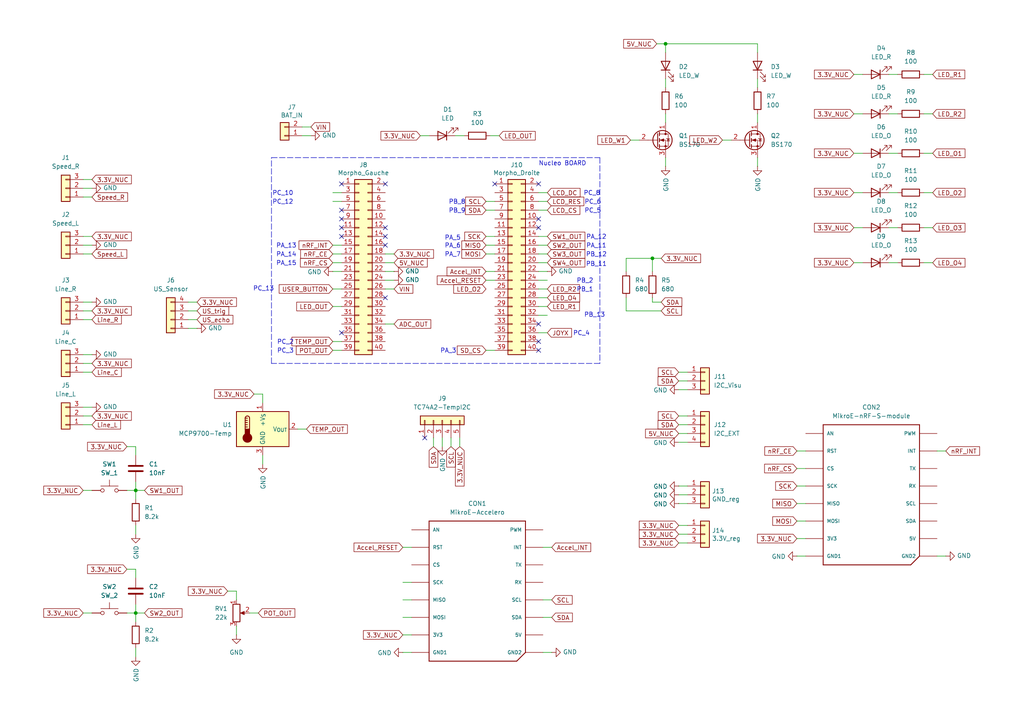
<source format=kicad_sch>
(kicad_sch (version 20231120) (generator "eeschema") (generator_version "8.0")
  (paper "A4")
  (lib_symbols
    (symbol "Connector_Generic:Conn_01x02" (pin_names (offset 1.016) hide)
      (property "Reference" "J" (at 0 2.54 0))
      (property "Value" "Conn_01x02" (at 0 -5.08 0))
      (symbol "Conn_01x02_1_1"
        (pin passive line (at -5.08 0 0) (length 3.81) (name "Pin_1") (number "1"))
        (pin passive line (at -5.08 -2.54 0) (length 3.81) (name "Pin_2") (number "2"))
      )
    )
    (symbol "Connector_Generic:Conn_01x03" (pin_names (offset 1.016) hide)
      (property "Reference" "J" (at 0 5.08 0))
      (property "Value" "Conn_01x03" (at 0 -5.08 0))
      (symbol "Conn_01x03_1_1"
        (pin passive line (at -5.08 2.54 0) (length 3.81) (name "Pin_1") (number "1"))
        (pin passive line (at -5.08 0 0) (length 3.81) (name "Pin_2") (number "2"))
        (pin passive line (at -5.08 -2.54 0) (length 3.81) (name "Pin_3") (number "3"))
      )
    )
    (symbol "Connector_Generic:Conn_01x04" (pin_names (offset 1.016) hide)
      (property "Reference" "J" (at 0 5.08 0))
      (property "Value" "Conn_01x04" (at 0 -7.62 0))
      (symbol "Conn_01x04_1_1"
        (pin passive line (at -5.08 2.54 0) (length 3.81) (name "Pin_1") (number "1"))
        (pin passive line (at -5.08 0 0) (length 3.81) (name "Pin_2") (number "2"))
        (pin passive line (at -5.08 -2.54 0) (length 3.81) (name "Pin_3") (number "3"))
        (pin passive line (at -5.08 -5.08 0) (length 3.81) (name "Pin_4") (number "4"))
      )
    )
    (symbol "Connector_Generic:Conn_01x05" (pin_names (offset 1.016) hide)
      (property "Reference" "J" (at 0 7.62 0))
      (property "Value" "Conn_01x05" (at 0 -7.62 0))
      (symbol "Conn_01x05_1_1"
        (pin passive line (at -5.08 5.08 0) (length 3.81) (name "Pin_1") (number "1"))
        (pin passive line (at -5.08 2.54 0) (length 3.81) (name "Pin_2") (number "2"))
        (pin passive line (at -5.08 0 0) (length 3.81) (name "Pin_3") (number "3"))
        (pin passive line (at -5.08 -2.54 0) (length 3.81) (name "Pin_4") (number "4"))
        (pin passive line (at -5.08 -5.08 0) (length 3.81) (name "Pin_5") (number "5"))
      )
    )
    (symbol "Connector_Generic:Conn_02x20_Odd_Even" (pin_names (offset 1.016) hide)
      (property "Reference" "J" (at 1.27 25.4 0))
      (property "Value" "Conn_02x20_Odd_Even" (at 1.27 -27.94 0))
      (symbol "Conn_02x20_Odd_Even_1_1"
        (pin passive line (at -5.08 22.86 0) (length 3.81) (name "Pin_1") (number "1"))
        (pin passive line (at 7.62 12.7 180) (length 3.81) (name "Pin_10") (number "10"))
        (pin passive line (at -5.08 10.16 0) (length 3.81) (name "Pin_11") (number "11"))
        (pin passive line (at 7.62 10.16 180) (length 3.81) (name "Pin_12") (number "12"))
        (pin passive line (at -5.08 7.62 0) (length 3.81) (name "Pin_13") (number "13"))
        (pin passive line (at 7.62 7.62 180) (length 3.81) (name "Pin_14") (number "14"))
        (pin passive line (at -5.08 5.08 0) (length 3.81) (name "Pin_15") (number "15"))
        (pin passive line (at 7.62 5.08 180) (length 3.81) (name "Pin_16") (number "16"))
        (pin passive line (at -5.08 2.54 0) (length 3.81) (name "Pin_17") (number "17"))
        (pin passive line (at 7.62 2.54 180) (length 3.81) (name "Pin_18") (number "18"))
        (pin passive line (at -5.08 0 0) (length 3.81) (name "Pin_19") (number "19"))
        (pin passive line (at 7.62 22.86 180) (length 3.81) (name "Pin_2") (number "2"))
        (pin passive line (at 7.62 0 180) (length 3.81) (name "Pin_20") (number "20"))
        (pin passive line (at -5.08 -2.54 0) (length 3.81) (name "Pin_21") (number "21"))
        (pin passive line (at 7.62 -2.54 180) (length 3.81) (name "Pin_22") (number "22"))
        (pin passive line (at -5.08 -5.08 0) (length 3.81) (name "Pin_23") (number "23"))
        (pin passive line (at 7.62 -5.08 180) (length 3.81) (name "Pin_24") (number "24"))
        (pin passive line (at -5.08 -7.62 0) (length 3.81) (name "Pin_25") (number "25"))
        (pin passive line (at 7.62 -7.62 180) (length 3.81) (name "Pin_26") (number "26"))
        (pin passive line (at -5.08 -10.16 0) (length 3.81) (name "Pin_27") (number "27"))
        (pin passive line (at 7.62 -10.16 180) (length 3.81) (name "Pin_28") (number "28"))
        (pin passive line (at -5.08 -12.7 0) (length 3.81) (name "Pin_29") (number "29"))
        (pin passive line (at -5.08 20.32 0) (length 3.81) (name "Pin_3") (number "3"))
        (pin passive line (at 7.62 -12.7 180) (length 3.81) (name "Pin_30") (number "30"))
        (pin passive line (at -5.08 -15.24 0) (length 3.81) (name "Pin_31") (number "31"))
        (pin passive line (at 7.62 -15.24 180) (length 3.81) (name "Pin_32") (number "32"))
        (pin passive line (at -5.08 -17.78 0) (length 3.81) (name "Pin_33") (number "33"))
        (pin passive line (at 7.62 -17.78 180) (length 3.81) (name "Pin_34") (number "34"))
        (pin passive line (at -5.08 -20.32 0) (length 3.81) (name "Pin_35") (number "35"))
        (pin passive line (at 7.62 -20.32 180) (length 3.81) (name "Pin_36") (number "36"))
        (pin passive line (at -5.08 -22.86 0) (length 3.81) (name "Pin_37") (number "37"))
        (pin passive line (at 7.62 -22.86 180) (length 3.81) (name "Pin_38") (number "38"))
        (pin passive line (at -5.08 -25.4 0) (length 3.81) (name "Pin_39") (number "39"))
        (pin passive line (at 7.62 20.32 180) (length 3.81) (name "Pin_4") (number "4"))
        (pin passive line (at 7.62 -25.4 180) (length 3.81) (name "Pin_40") (number "40"))
        (pin passive line (at -5.08 17.78 0) (length 3.81) (name "Pin_5") (number "5"))
        (pin passive line (at 7.62 17.78 180) (length 3.81) (name "Pin_6") (number "6"))
        (pin passive line (at -5.08 15.24 0) (length 3.81) (name "Pin_7") (number "7"))
        (pin passive line (at 7.62 15.24 180) (length 3.81) (name "Pin_8") (number "8"))
        (pin passive line (at -5.08 12.7 0) (length 3.81) (name "Pin_9") (number "9"))
      )
    )
    (symbol "Device:C" (pin_numbers hide) (pin_names (offset 0.254))
      (property "Reference" "C" (at 0.635 2.54 0))
      (property "Value" "C" (at 0.635 -2.54 0))
      (symbol "C_1_1"
        (pin passive line (at 0 3.81 270) (length 2.794) (name "~") (number "1"))
        (pin passive line (at 0 -3.81 90) (length 2.794) (name "~") (number "2"))
      )
    )
    (symbol "Device:LED" (pin_numbers hide) (pin_names (offset 1.016) hide)
      (property "Reference" "D" (at 0 2.54 0))
      (property "Value" "LED" (at 0 -2.54 0))
      (symbol "LED_1_1"
        (pin passive line (at -3.81 0 0) (length 2.54) (name "K") (number "1"))
        (pin passive line (at 3.81 0 180) (length 2.54) (name "A") (number "2"))
      )
    )
    (symbol "Device:R" (pin_numbers hide) (pin_names (offset 0))
      (property "Reference" "R" (at 2.032 0 90))
      (property "Value" "R" (at 0 0 90))
      (symbol "R_1_1"
        (pin passive line (at 0 3.81 270) (length 1.27) (name "~") (number "1"))
        (pin passive line (at 0 -3.81 90) (length 1.27) (name "~") (number "2"))
      )
    )
    (symbol "Device:R_Potentiometer" (pin_names (offset 1.016) hide)
      (property "Reference" "RV" (at -4.445 0 90))
      (property "Value" "R_Potentiometer" (at -2.54 0 90))
      (symbol "R_Potentiometer_1_1"
        (pin passive line (at 0 3.81 270) (length 1.27) (name "1") (number "1"))
        (pin passive line (at 3.81 0 180) (length 1.27) (name "2") (number "2"))
        (pin passive line (at 0 -3.81 90) (length 1.27) (name "3") (number "3"))
      )
    )
    (symbol "Sensor_Temperature:LM35-LP"
      (property "Reference" "U" (at -6.35 6.35 0))
      (property "Value" "LM35-LP" (at 1.27 6.35 0))
      (symbol "LM35-LP_1_1"
        (pin power_in line (at 0 7.62 270) (length 2.54) (name "+V_{S}") (number "1"))
        (pin output line (at 10.16 0 180) (length 2.54) (name "V_{OUT}") (number "2"))
        (pin power_in line (at 0 -7.62 90) (length 2.54) (name "GND") (number "3"))
      )
    )
    (symbol "Switch:SW_Push" (pin_numbers hide) (pin_names (offset 1.016) hide)
      (property "Reference" "SW" (at 1.27 2.54 0))
      (property "Value" "SW_Push" (at 0 -1.524 0))
      (symbol "SW_Push_0_1"
        (pin passive line (at -5.08 0 0) (length 2.54) (name "1") (number "1"))
        (pin passive line (at 5.08 0 180) (length 2.54) (name "2") (number "2"))
      )
    )
    (symbol "Transistor_FET:BS170" (pin_names hide)
      (property "Reference" "Q" (at 5.08 1.905 0))
      (property "Value" "BS170" (at 5.08 0 0))
      (symbol "BS170_1_1"
        (pin passive line (at 2.54 5.08 270) (length 2.54) (name "D") (number "1"))
        (pin input line (at -5.08 0 0) (length 2.54) (name "G") (number "2"))
        (pin passive line (at 2.54 -5.08 90) (length 2.54) (name "S") (number "3"))
      )
    )
    (symbol "mikroBUS:MIKROBUS_MODULE_CONN" (pin_numbers hide) (pin_names (offset 1.016))
      (property "Reference" "CON" (at 10.16 38.1 0))
      (property "Value" "MIKROBUS_MODULE_CONN" (at 2.54 3.81 0))
      (symbol "MIKROBUS_MODULE_CONN_0_0"
        (pin bidirectional line (at -5.08 38.1 0) (length 5.08) (name "AN") (number "P1"))
        (pin power_in line (at 33.02 7.62 180) (length 5.08) (name "5V") (number "P10"))
        (pin bidirectional line (at 33.02 12.7 180) (length 5.08) (name "SDA") (number "P11"))
        (pin bidirectional line (at 33.02 17.78 180) (length 5.08) (name "SCL") (number "P12"))
        (pin bidirectional line (at 33.02 22.86 180) (length 5.08) (name "RX") (number "P13"))
        (pin bidirectional line (at 33.02 27.94 180) (length 5.08) (name "TX") (number "P14"))
        (pin bidirectional line (at 33.02 33.02 180) (length 5.08) (name "INT") (number "P15"))
        (pin bidirectional line (at 33.02 38.1 180) (length 5.08) (name "PWM") (number "P16"))
        (pin bidirectional line (at -5.08 33.02 0) (length 5.08) (name "RST") (number "P2"))
        (pin bidirectional line (at -5.08 27.94 0) (length 5.08) (name "CS") (number "P3"))
        (pin bidirectional line (at -5.08 22.86 0) (length 5.08) (name "SCK") (number "P4"))
        (pin bidirectional line (at -5.08 17.78 0) (length 5.08) (name "MISO") (number "P5"))
        (pin bidirectional line (at -5.08 12.7 0) (length 5.08) (name "MOSI") (number "P6"))
        (pin power_in line (at -5.08 7.62 0) (length 5.08) (name "3V3") (number "P7"))
        (pin bidirectional line (at -5.08 2.54 0) (length 5.08) (name "GND1") (number "P8"))
        (pin bidirectional line (at 33.02 2.54 180) (length 5.08) (name "GND2") (number "P9"))
      )
    )
    (symbol "power:GND" (power) (pin_numbers hide) (pin_names (offset 0) hide)
      (property "Value" "GND" (at 0 -3.81 0))
      (symbol "GND_1_1"
        (pin power_in line (at 0 0 270) (length 0) (name "~") (number "1"))
      )
    )
  )
  (junction (at 189.23 74.93))
  (junction (at 193.04 12.7))
  (junction (at 39.37 142.24))
  (junction (at 39.37 177.8))
  (no_connect (at 123.19 127))
  (no_connect (at 156.21 93.98))
  (no_connect (at 99.06 68.58))
  (no_connect (at 99.06 60.96))
  (no_connect (at 156.21 101.6))
  (no_connect (at 111.76 66.04))
  (no_connect (at 111.76 68.58))
  (no_connect (at 111.76 86.36))
  (no_connect (at 111.76 71.12))
  (no_connect (at 156.21 99.06))
  (no_connect (at 156.21 63.5))
  (no_connect (at 111.76 53.34))
  (no_connect (at 99.06 53.34))
  (no_connect (at 156.21 66.04))
  (no_connect (at 99.06 66.04))
  (no_connect (at 99.06 63.5))
  (no_connect (at 143.51 53.34))
  (no_connect (at 156.21 53.34))
  (no_connect (at 99.06 96.52))
  (wire (pts (xy 219.71 22.86) (xy 219.71 25.4)))
  (wire (pts (xy 257.81 66.04) (xy 260.35 66.04)))
  (wire (pts (xy 191.77 74.93) (xy 189.23 74.93)))
  (wire (pts (xy 231.14 140.97) (xy 233.68 140.97)))
  (wire (pts (xy 231.14 146.05) (xy 233.68 146.05)))
  (wire (pts (xy 96.52 99.06) (xy 99.06 99.06)))
  (wire (pts (xy 182.88 40.64) (xy 185.42 40.64)))
  (wire (pts (xy 24.13 73.66) (xy 26.67 73.66)))
  (wire (pts (xy 24.13 105.41) (xy 26.67 105.41)))
  (wire (pts (xy 130.81 127) (xy 130.81 129.54)))
  (wire (pts (xy 231.14 130.81) (xy 233.68 130.81)))
  (wire (pts (xy 114.3 76.2) (xy 111.76 76.2)))
  (wire (pts (xy 196.85 140.97) (xy 199.39 140.97)))
  (wire (pts (xy 196.85 113.03) (xy 199.39 113.03)))
  (wire (pts (xy 116.84 168.91) (xy 119.38 168.91)))
  (wire (pts (xy 267.97 44.45) (xy 270.51 44.45)))
  (wire (pts (xy 142.24 39.37) (xy 144.78 39.37)))
  (wire (pts (xy 156.21 86.36) (xy 158.75 86.36)))
  (wire (pts (xy 76.2 114.3) (xy 76.2 116.84)))
  (wire (pts (xy 116.84 158.75) (xy 119.38 158.75)))
  (wire (pts (xy 156.21 91.44) (xy 158.75 91.44)))
  (wire (pts (xy 24.13 57.15) (xy 26.67 57.15)))
  (wire (pts (xy 196.85 123.19) (xy 199.39 123.19)))
  (wire (pts (xy 36.83 142.24) (xy 39.37 142.24)))
  (wire (pts (xy 140.97 58.42) (xy 143.51 58.42)))
  (wire (pts (xy 156.21 60.96) (xy 158.75 60.96)))
  (wire (pts (xy 111.76 83.82) (xy 114.3 83.82)))
  (wire (pts (xy 24.13 52.07) (xy 26.67 52.07)))
  (wire (pts (xy 24.13 177.8) (xy 26.67 177.8)))
  (wire (pts (xy 140.97 71.12) (xy 143.51 71.12)))
  (wire (pts (xy 193.04 33.02) (xy 193.04 35.56)))
  (wire (pts (xy 66.04 171.45) (xy 68.58 171.45)))
  (wire (pts (xy 24.13 142.24) (xy 26.67 142.24)))
  (wire (pts (xy 196.85 125.73) (xy 199.39 125.73)))
  (wire (pts (xy 157.48 179.07) (xy 160.02 179.07)))
  (wire (pts (xy 247.65 44.45) (xy 250.19 44.45)))
  (wire (pts (xy 96.52 101.6) (xy 99.06 101.6)))
  (wire (pts (xy 125.73 127) (xy 125.73 129.54)))
  (wire (pts (xy 133.35 127) (xy 133.35 129.54)))
  (wire (pts (xy 111.76 81.28) (xy 114.3 81.28)))
  (wire (pts (xy 189.23 74.93) (xy 189.23 78.74)))
  (wire (pts (xy 111.76 73.66) (xy 114.3 73.66)))
  (wire (pts (xy 219.71 12.7) (xy 219.71 15.24)))
  (wire (pts (xy 96.52 78.74) (xy 99.06 78.74)))
  (wire (pts (xy 116.84 184.15) (xy 119.38 184.15)))
  (wire (pts (xy 156.21 78.74) (xy 158.75 78.74)))
  (wire (pts (xy 96.52 73.66) (xy 99.06 73.66)))
  (wire (pts (xy 54.61 95.25) (xy 57.15 95.25)))
  (wire (pts (xy 24.13 107.95) (xy 26.67 107.95)))
  (wire (pts (xy 36.83 177.8) (xy 39.37 177.8)))
  (wire (pts (xy 219.71 33.02) (xy 219.71 35.56)))
  (wire (pts (xy 54.61 90.17) (xy 57.15 90.17)))
  (wire (pts (xy 24.13 71.12) (xy 26.67 71.12)))
  (wire (pts (xy 111.76 93.98) (xy 114.3 93.98)))
  (wire (pts (xy 96.52 83.82) (xy 99.06 83.82)))
  (wire (pts (xy 36.83 129.54) (xy 39.37 129.54)))
  (wire (pts (xy 219.71 45.72) (xy 219.71 48.26)))
  (wire (pts (xy 199.39 157.48) (xy 196.85 157.48)))
  (wire (pts (xy 140.97 101.6) (xy 143.51 101.6)))
  (wire (pts (xy 181.61 90.17) (xy 181.61 86.36)))
  (wire (pts (xy 193.04 12.7) (xy 193.04 15.24)))
  (wire (pts (xy 39.37 177.8) (xy 39.37 180.34)))
  (wire (pts (xy 24.13 68.58) (xy 26.67 68.58)))
  (wire (pts (xy 111.76 78.74) (xy 114.3 78.74)))
  (wire (pts (xy 199.39 143.51) (xy 196.85 143.51)))
  (wire (pts (xy 121.92 39.37) (xy 124.46 39.37)))
  (wire (pts (xy 157.48 158.75) (xy 160.02 158.75)))
  (wire (pts (xy 193.04 45.72) (xy 193.04 48.26)))
  (wire (pts (xy 24.13 87.63) (xy 26.67 87.63)))
  (wire (pts (xy 267.97 21.59) (xy 270.51 21.59)))
  (wire (pts (xy 247.65 33.02) (xy 250.19 33.02)))
  (wire (pts (xy 190.5 12.7) (xy 193.04 12.7)))
  (wire (pts (xy 156.21 71.12) (xy 158.75 71.12)))
  (wire (pts (xy 140.97 81.28) (xy 143.51 81.28)))
  (wire (pts (xy 247.65 21.59) (xy 250.19 21.59)))
  (wire (pts (xy 247.65 55.88) (xy 250.19 55.88)))
  (wire (pts (xy 191.77 90.17) (xy 181.61 90.17)))
  (wire (pts (xy 24.13 102.87) (xy 26.67 102.87)))
  (wire (pts (xy 86.36 124.46) (xy 88.9 124.46)))
  (wire (pts (xy 76.2 132.08) (xy 76.2 134.62)))
  (wire (pts (xy 247.65 76.2) (xy 250.19 76.2)))
  (wire (pts (xy 96.52 76.2) (xy 99.06 76.2)))
  (wire (pts (xy 247.65 66.04) (xy 250.19 66.04)))
  (wire (pts (xy 72.39 177.8) (xy 74.93 177.8)))
  (wire (pts (xy 39.37 129.54) (xy 39.37 132.08)))
  (wire (pts (xy 156.21 55.88) (xy 158.75 55.88)))
  (wire (pts (xy 231.14 135.89) (xy 233.68 135.89)))
  (wire (pts (xy 68.58 181.61) (xy 68.58 184.15)))
  (wire (pts (xy 257.81 55.88) (xy 260.35 55.88)))
  (wire (pts (xy 39.37 152.4) (xy 39.37 154.94)))
  (wire (pts (xy 39.37 187.96) (xy 39.37 190.5)))
  (wire (pts (xy 116.84 189.23) (xy 119.38 189.23)))
  (wire (pts (xy 24.13 54.61) (xy 26.67 54.61)))
  (wire (pts (xy 156.21 58.42) (xy 158.75 58.42)))
  (wire (pts (xy 96.52 58.42) (xy 99.06 58.42)))
  (wire (pts (xy 257.81 33.02) (xy 260.35 33.02)))
  (polyline (pts (xy 78.74 45.72) (xy 173.99 45.72)) (stroke (width 0) (type dash)))
  (wire (pts (xy 209.55 40.64) (xy 212.09 40.64)))
  (wire (pts (xy 257.81 44.45) (xy 260.35 44.45)))
  (wire (pts (xy 24.13 90.17) (xy 26.67 90.17)))
  (wire (pts (xy 54.61 87.63) (xy 57.15 87.63)))
  (wire (pts (xy 267.97 76.2) (xy 270.51 76.2)))
  (wire (pts (xy 140.97 60.96) (xy 143.51 60.96)))
  (wire (pts (xy 196.85 128.27) (xy 199.39 128.27)))
  (wire (pts (xy 156.21 73.66) (xy 158.75 73.66)))
  (wire (pts (xy 39.37 142.24) (xy 39.37 139.7)))
  (wire (pts (xy 156.21 83.82) (xy 158.75 83.82)))
  (wire (pts (xy 181.61 74.93) (xy 181.61 78.74)))
  (wire (pts (xy 231.14 151.13) (xy 233.68 151.13)))
  (wire (pts (xy 39.37 177.8) (xy 41.91 177.8)))
  (wire (pts (xy 271.78 161.29) (xy 274.32 161.29)))
  (wire (pts (xy 199.39 152.4) (xy 196.85 152.4)))
  (wire (pts (xy 156.21 76.2) (xy 158.75 76.2)))
  (wire (pts (xy 96.52 55.88) (xy 99.06 55.88)))
  (wire (pts (xy 193.04 12.7) (xy 219.71 12.7)))
  (wire (pts (xy 116.84 173.99) (xy 119.38 173.99)))
  (wire (pts (xy 36.83 165.1) (xy 39.37 165.1)))
  (wire (pts (xy 267.97 55.88) (xy 270.51 55.88)))
  (wire (pts (xy 24.13 92.71) (xy 26.67 92.71)))
  (wire (pts (xy 132.08 39.37) (xy 134.62 39.37)))
  (wire (pts (xy 189.23 87.63) (xy 189.23 86.36)))
  (wire (pts (xy 24.13 120.65) (xy 26.67 120.65)))
  (wire (pts (xy 196.85 107.95) (xy 199.39 107.95)))
  (wire (pts (xy 191.77 87.63) (xy 189.23 87.63)))
  (wire (pts (xy 267.97 66.04) (xy 270.51 66.04)))
  (wire (pts (xy 231.14 161.29) (xy 233.68 161.29)))
  (wire (pts (xy 24.13 123.19) (xy 26.67 123.19)))
  (wire (pts (xy 257.81 76.2) (xy 260.35 76.2)))
  (wire (pts (xy 68.58 171.45) (xy 68.58 173.99)))
  (wire (pts (xy 96.52 71.12) (xy 99.06 71.12)))
  (wire (pts (xy 140.97 78.74) (xy 143.51 78.74)))
  (wire (pts (xy 96.52 88.9) (xy 99.06 88.9)))
  (wire (pts (xy 73.66 114.3) (xy 76.2 114.3)))
  (wire (pts (xy 157.48 189.23) (xy 160.02 189.23)))
  (wire (pts (xy 24.13 118.11) (xy 26.67 118.11)))
  (wire (pts (xy 257.81 21.59) (xy 260.35 21.59)))
  (wire (pts (xy 140.97 68.58) (xy 143.51 68.58)))
  (wire (pts (xy 140.97 73.66) (xy 143.51 73.66)))
  (wire (pts (xy 54.61 92.71) (xy 57.15 92.71)))
  (wire (pts (xy 87.63 39.37) (xy 90.17 39.37)))
  (wire (pts (xy 156.21 81.28) (xy 158.75 81.28)))
  (wire (pts (xy 271.78 130.81) (xy 274.32 130.81)))
  (polyline (pts (xy 78.74 105.41) (xy 78.74 45.72)) (stroke (width 0) (type dash)))
  (wire (pts (xy 39.37 142.24) (xy 41.91 142.24)))
  (wire (pts (xy 156.21 96.52) (xy 158.75 96.52)))
  (polyline (pts (xy 173.99 45.72) (xy 173.99 105.41)) (stroke (width 0) (type dash)))
  (wire (pts (xy 128.27 127) (xy 128.27 129.54)))
  (wire (pts (xy 193.04 22.86) (xy 193.04 25.4)))
  (wire (pts (xy 199.39 146.05) (xy 196.85 146.05)))
  (wire (pts (xy 199.39 154.94) (xy 196.85 154.94)))
  (wire (pts (xy 196.85 110.49) (xy 199.39 110.49)))
  (polyline (pts (xy 173.99 105.41) (xy 78.74 105.41)) (stroke (width 0) (type dash)))
  (wire (pts (xy 156.21 88.9) (xy 158.75 88.9)))
  (wire (pts (xy 87.63 36.83) (xy 90.17 36.83)))
  (wire (pts (xy 157.48 173.99) (xy 160.02 173.99)))
  (wire (pts (xy 189.23 74.93) (xy 181.61 74.93)))
  (wire (pts (xy 267.97 33.02) (xy 270.51 33.02)))
  (wire (pts (xy 39.37 142.24) (xy 39.37 144.78)))
  (wire (pts (xy 39.37 165.1) (xy 39.37 167.64)))
  (wire (pts (xy 39.37 177.8) (xy 39.37 175.26)))
  (wire (pts (xy 196.85 120.65) (xy 199.39 120.65)))
  (wire (pts (xy 116.84 179.07) (xy 119.38 179.07)))
  (wire (pts (xy 231.14 156.21) (xy 233.68 156.21)))
  (wire (pts (xy 156.21 68.58) (xy 158.75 68.58)))
  (text "PA_12" (at 172.974 68.834 0) (effects (font (size 1.27 1.27))))
  (text "PC_2" (at 82.804 99.314 0) (effects (font (size 1.27 1.27))))
  (text "PB_8" (at 132.588 58.674 0) (effects (font (size 1.27 1.27))))
  (text "PA_7" (at 131.318 73.914 0) (effects (font (size 1.27 1.27))))
  (text "PC_8" (at 171.704 56.134 0) (effects (font (size 1.27 1.27))))
  (text "PA_5" (at 131.318 69.088 0) (effects (font (size 1.27 1.27))))
  (text "PB_13" (at 172.466 91.44 0) (effects (font (size 1.27 1.27))))
  (text "PA_14" (at 83.058 73.914 0) (effects (font (size 1.27 1.27))))
  (text "PB_11" (at 172.974 76.708 0) (effects (font (size 1.27 1.27))))
  (text "PB_9" (at 132.588 61.214 0) (effects (font (size 1.27 1.27))))
  (text "PC_5" (at 171.958 61.214 0) (effects (font (size 1.27 1.27))))
  (text "PB_2" (at 169.672 81.534 0) (effects (font (size 1.27 1.27))))
  (text "PC_12" (at 82.042 58.674 0) (effects (font (size 1.27 1.27))))
  (text "PC_13" (at 76.454 83.82 0) (effects (font (size 1.27 1.27))))
  (text "PA_3" (at 130.048 101.854 0) (effects (font (size 1.27 1.27))))
  (text "PA_15" (at 83.058 76.454 0) (effects (font (size 1.27 1.27))))
  (text "PC_10" (at 82.042 56.134 0) (effects (font (size 1.27 1.27))))
  (text "PA_11" (at 172.974 71.374 0) (effects (font (size 1.27 1.27))))
  (text "PC_4" (at 168.656 96.774 0) (effects (font (size 1.27 1.27))))
  (text "PA_6" (at 131.318 71.374 0) (effects (font (size 1.27 1.27))))
  (text "PA_13" (at 83.058 71.374 0) (effects (font (size 1.27 1.27))))
  (text "Nucleo BOARD" (at 156.21 48.26 0) (effects (font (size 1.27 1.27)) (justify left bottom)))
  (text "PB_12" (at 172.974 73.914 0) (effects (font (size 1.27 1.27))))
  (text "PC_3" (at 82.804 101.854 0) (effects (font (size 1.27 1.27))))
  (text "PB_1\n" (at 169.672 84.074 0) (effects (font (size 1.27 1.27))))
  (text "PC_6" (at 171.958 58.674 0) (effects (font (size 1.27 1.27))))
  (global_label "US_echo" (shape input) (at 57.15 92.71 0) (property "Intersheetrefs" "${INTERSHEET_REFS}" (effects (hide yes))))
  (global_label "Speed_R" (shape input) (at 26.67 57.15 0) (property "Intersheetrefs" "${INTERSHEET_REFS}" (effects (hide yes))))
  (global_label "SCK" (shape input) (at 140.97 68.58 180) (property "Intersheetrefs" "${INTERSHEET_REFS}" (effects (hide yes))))
  (global_label "USER_BUTTON" (shape input) (at 96.52 83.82 180) (property "Intersheetrefs" "${INTERSHEET_REFS}" (effects (hide yes))))
  (global_label "SCL" (shape input) (at 191.77 90.17 0) (property "Intersheetrefs" "${INTERSHEET_REFS}" (effects (hide yes))))
  (global_label "Accel_RESET" (shape input) (at 140.97 81.28 180) (property "Intersheetrefs" "${INTERSHEET_REFS}" (effects (hide yes))))
  (global_label "LCD_CS" (shape input) (at 158.75 60.96 0) (property "Intersheetrefs" "${INTERSHEET_REFS}" (effects (hide yes))))
  (global_label "3.3V_NUC" (shape input) (at 36.83 165.1 180) (property "Intersheetrefs" "${INTERSHEET_REFS}" (effects (hide yes))))
  (global_label "VIN" (shape input) (at 90.17 36.83 0) (property "Intersheetrefs" "${INTERSHEET_REFS}" (effects (hide yes))))
  (global_label "SW2_OUT" (shape input) (at 41.91 177.8 0) (property "Intersheetrefs" "${INTERSHEET_REFS}" (effects (hide yes))))
  (global_label "MISO" (shape input) (at 140.97 71.12 180) (property "Intersheetrefs" "${INTERSHEET_REFS}" (effects (hide yes))))
  (global_label "SW1_OUT" (shape input) (at 41.91 142.24 0) (property "Intersheetrefs" "${INTERSHEET_REFS}" (effects (hide yes))))
  (global_label "3.3V_NUC" (shape input) (at 247.65 55.88 180) (property "Intersheetrefs" "${INTERSHEET_REFS}" (effects (hide yes))))
  (global_label "SDA" (shape input) (at 196.85 123.19 180) (property "Intersheetrefs" "${INTERSHEET_REFS}" (effects (hide yes))))
  (global_label "LED_O4" (shape input) (at 158.75 86.36 0) (property "Intersheetrefs" "${INTERSHEET_REFS}" (effects (hide yes))))
  (global_label "LED_O4" (shape input) (at 270.51 76.2 0) (property "Intersheetrefs" "${INTERSHEET_REFS}" (effects (hide yes))))
  (global_label "LED_OUT" (shape input) (at 144.78 39.37 0) (property "Intersheetrefs" "${INTERSHEET_REFS}" (effects (hide yes))))
  (global_label "SCL" (shape input) (at 196.85 107.95 180) (property "Intersheetrefs" "${INTERSHEET_REFS}" (effects (hide yes))))
  (global_label "3.3V_NUC" (shape input) (at 133.35 129.54 270) (property "Intersheetrefs" "${INTERSHEET_REFS}" (effects (hide yes))))
  (global_label "SCL" (shape input) (at 160.02 173.99 0) (property "Intersheetrefs" "${INTERSHEET_REFS}" (effects (hide yes))))
  (global_label "3.3V_NUC" (shape input) (at 247.65 66.04 180) (property "Intersheetrefs" "${INTERSHEET_REFS}" (effects (hide yes))))
  (global_label "ADC_OUT" (shape input) (at 114.3 93.98 0) (property "Intersheetrefs" "${INTERSHEET_REFS}" (effects (hide yes))))
  (global_label "MOSI" (shape input) (at 231.14 151.13 180) (property "Intersheetrefs" "${INTERSHEET_REFS}" (effects (hide yes))))
  (global_label "3.3V_NUC" (shape input) (at 36.83 129.54 180) (property "Intersheetrefs" "${INTERSHEET_REFS}" (effects (hide yes))))
  (global_label "3.3V_NUC" (shape input) (at 26.67 120.65 0) (property "Intersheetrefs" "${INTERSHEET_REFS}" (effects (hide yes))))
  (global_label "LED_W1" (shape input) (at 182.88 40.64 180) (property "Intersheetrefs" "${INTERSHEET_REFS}" (effects (hide yes))))
  (global_label "POT_OUT" (shape input) (at 74.93 177.8 0) (property "Intersheetrefs" "${INTERSHEET_REFS}" (effects (hide yes))))
  (global_label "SCL" (shape input) (at 140.97 58.42 180) (property "Intersheetrefs" "${INTERSHEET_REFS}" (effects (hide yes))))
  (global_label "3.3V_NUC" (shape input) (at 114.3 73.66 0) (property "Intersheetrefs" "${INTERSHEET_REFS}" (effects (hide yes))))
  (global_label "SDA" (shape input) (at 125.73 129.54 270) (property "Intersheetrefs" "${INTERSHEET_REFS}" (effects (hide yes))))
  (global_label "3.3V_NUC" (shape input) (at 247.65 21.59 180) (property "Intersheetrefs" "${INTERSHEET_REFS}" (effects (hide yes))))
  (global_label "nRF_CS" (shape input) (at 96.52 76.2 180) (property "Intersheetrefs" "${INTERSHEET_REFS}" (effects (hide yes))))
  (global_label "LED_O2" (shape input) (at 270.51 55.88 0) (property "Intersheetrefs" "${INTERSHEET_REFS}" (effects (hide yes))))
  (global_label "3.3V_NUC" (shape input) (at 121.92 39.37 180) (property "Intersheetrefs" "${INTERSHEET_REFS}" (effects (hide yes))))
  (global_label "3.3V_NUC" (shape input) (at 116.84 184.15 180) (property "Intersheetrefs" "${INTERSHEET_REFS}" (effects (hide yes))))
  (global_label "Line_C" (shape input) (at 26.67 107.95 0) (property "Intersheetrefs" "${INTERSHEET_REFS}" (effects (hide yes))))
  (global_label "SDA" (shape input) (at 191.77 87.63 0) (property "Intersheetrefs" "${INTERSHEET_REFS}" (effects (hide yes))))
  (global_label "3.3V_NUC" (shape input) (at 191.77 74.93 0) (property "Intersheetrefs" "${INTERSHEET_REFS}" (effects (hide yes))))
  (global_label "3.3V_NUC" (shape input) (at 196.85 152.4 180) (property "Intersheetrefs" "${INTERSHEET_REFS}" (effects (hide yes))))
  (global_label "TEMP_OUT" (shape input) (at 88.9 124.46 0) (property "Intersheetrefs" "${INTERSHEET_REFS}" (effects (hide yes))))
  (global_label "3.3V_NUC" (shape input) (at 26.67 105.41 0) (property "Intersheetrefs" "${INTERSHEET_REFS}" (effects (hide yes))))
  (global_label "LED_O1" (shape input) (at 270.51 44.45 0) (property "Intersheetrefs" "${INTERSHEET_REFS}" (effects (hide yes))))
  (global_label "LED_OUT" (shape input) (at 96.52 88.9 180) (property "Intersheetrefs" "${INTERSHEET_REFS}" (effects (hide yes))))
  (global_label "SW3_OUT" (shape input) (at 158.75 73.66 0) (property "Intersheetrefs" "${INTERSHEET_REFS}" (effects (hide yes))))
  (global_label "Accel_INT" (shape input) (at 160.02 158.75 0) (property "Intersheetrefs" "${INTERSHEET_REFS}" (effects (hide yes))))
  (global_label "SW4_OUT" (shape input) (at 158.75 76.2 0) (property "Intersheetrefs" "${INTERSHEET_REFS}" (effects (hide yes))))
  (global_label "LED_R2" (shape input) (at 158.75 83.82 0) (property "Intersheetrefs" "${INTERSHEET_REFS}" (effects (hide yes))))
  (global_label "Accel_RESET" (shape input) (at 116.84 158.75 180) (property "Intersheetrefs" "${INTERSHEET_REFS}" (effects (hide yes))))
  (global_label "US_trig" (shape input) (at 57.15 90.17 0) (property "Intersheetrefs" "${INTERSHEET_REFS}" (effects (hide yes))))
  (global_label "SDA" (shape input) (at 160.02 179.07 0) (property "Intersheetrefs" "${INTERSHEET_REFS}" (effects (hide yes))))
  (global_label "5V_NUC" (shape input) (at 114.3 76.2 0) (property "Intersheetrefs" "${INTERSHEET_REFS}" (effects (hide yes))))
  (global_label "nRF_INT" (shape input) (at 274.32 130.81 0) (property "Intersheetrefs" "${INTERSHEET_REFS}" (effects (hide yes))))
  (global_label "LED_R1" (shape input) (at 270.51 21.59 0) (property "Intersheetrefs" "${INTERSHEET_REFS}" (effects (hide yes))))
  (global_label "LCD_DC" (shape input) (at 158.75 55.88 0) (property "Intersheetrefs" "${INTERSHEET_REFS}" (effects (hide yes))))
  (global_label "5V_NUC" (shape input) (at 190.5 12.7 180) (property "Intersheetrefs" "${INTERSHEET_REFS}" (effects (hide yes))))
  (global_label "LED_O2" (shape input) (at 140.97 83.82 180) (property "Intersheetrefs" "${INTERSHEET_REFS}" (effects (hide yes))))
  (global_label "SCL" (shape input) (at 130.81 129.54 270) (property "Intersheetrefs" "${INTERSHEET_REFS}" (effects (hide yes))))
  (global_label "Line_L" (shape input) (at 26.67 123.19 0) (property "Intersheetrefs" "${INTERSHEET_REFS}" (effects (hide yes))))
  (global_label "3.3V_NUC" (shape input) (at 247.65 33.02 180) (property "Intersheetrefs" "${INTERSHEET_REFS}" (effects (hide yes))))
  (global_label "3.3V_NUC" (shape input) (at 26.67 68.58 0) (property "Intersheetrefs" "${INTERSHEET_REFS}" (effects (hide yes))))
  (global_label "nRF_CS" (shape input) (at 231.14 135.89 180) (property "Intersheetrefs" "${INTERSHEET_REFS}" (effects (hide yes))))
  (global_label "SCK" (shape input) (at 231.14 140.97 180) (property "Intersheetrefs" "${INTERSHEET_REFS}" (effects (hide yes))))
  (global_label "3.3V_NUC" (shape input) (at 196.85 154.94 180) (property "Intersheetrefs" "${INTERSHEET_REFS}" (effects (hide yes))))
  (global_label "TEMP_OUT" (shape input) (at 96.52 99.06 180) (property "Intersheetrefs" "${INTERSHEET_REFS}" (effects (hide yes))))
  (global_label "3.3V_NUC" (shape input) (at 24.13 142.24 180) (property "Intersheetrefs" "${INTERSHEET_REFS}" (effects (hide yes))))
  (global_label "SDA" (shape input) (at 140.97 60.96 180) (property "Intersheetrefs" "${INTERSHEET_REFS}" (effects (hide yes))))
  (global_label "MISO" (shape input) (at 231.14 146.05 180) (property "Intersheetrefs" "${INTERSHEET_REFS}" (effects (hide yes))))
  (global_label "POT_OUT" (shape input) (at 96.52 101.6 180) (property "Intersheetrefs" "${INTERSHEET_REFS}" (effects (hide yes))))
  (global_label "MOSI" (shape input) (at 140.97 73.66 180) (property "Intersheetrefs" "${INTERSHEET_REFS}" (effects (hide yes))))
  (global_label "SD_CS" (shape input) (at 140.97 101.6 180) (property "Intersheetrefs" "${INTERSHEET_REFS}" (effects (hide yes))))
  (global_label "JOYX" (shape input) (at 158.75 96.52 0) (property "Intersheetrefs" "${INTERSHEET_REFS}" (effects (hide yes))))
  (global_label "SDA" (shape input) (at 196.85 110.49 180) (property "Intersheetrefs" "${INTERSHEET_REFS}" (effects (hide yes))))
  (global_label "LED_O3" (shape input) (at 270.51 66.04 0) (property "Intersheetrefs" "${INTERSHEET_REFS}" (effects (hide yes))))
  (global_label "Line_R" (shape input) (at 26.67 92.71 0) (property "Intersheetrefs" "${INTERSHEET_REFS}" (effects (hide yes))))
  (global_label "nRF_CE" (shape input) (at 231.14 130.81 180) (property "Intersheetrefs" "${INTERSHEET_REFS}" (effects (hide yes))))
  (global_label "3.3V_NUC" (shape input) (at 247.65 44.45 180) (property "Intersheetrefs" "${INTERSHEET_REFS}" (effects (hide yes))))
  (global_label "nRF_CE" (shape input) (at 96.52 73.66 180) (property "Intersheetrefs" "${INTERSHEET_REFS}" (effects (hide yes))))
  (global_label "SW1_OUT" (shape input) (at 158.75 68.58 0) (property "Intersheetrefs" "${INTERSHEET_REFS}" (effects (hide yes))))
  (global_label "Speed_L" (shape input) (at 26.67 73.66 0) (property "Intersheetrefs" "${INTERSHEET_REFS}" (effects (hide yes))))
  (global_label "LED_R1" (shape input) (at 158.75 88.9 0) (property "Intersheetrefs" "${INTERSHEET_REFS}" (effects (hide yes))))
  (global_label "Accel_INT" (shape input) (at 140.97 78.74 180) (property "Intersheetrefs" "${INTERSHEET_REFS}" (effects (hide yes))))
  (global_label "LED_W2" (shape input) (at 209.55 40.64 180) (property "Intersheetrefs" "${INTERSHEET_REFS}" (effects (hide yes))))
  (global_label "3.3V_NUC" (shape input) (at 247.65 76.2 180) (property "Intersheetrefs" "${INTERSHEET_REFS}" (effects (hide yes))))
  (global_label "3.3V_NUC" (shape input) (at 57.15 87.63 0) (property "Intersheetrefs" "${INTERSHEET_REFS}" (effects (hide yes))))
  (global_label "5V_NUC" (shape input) (at 196.85 125.73 180) (property "Intersheetrefs" "${INTERSHEET_REFS}" (effects (hide yes))))
  (global_label "3.3V_NUC" (shape input) (at 66.04 171.45 180) (property "Intersheetrefs" "${INTERSHEET_REFS}" (effects (hide yes))))
  (global_label "nRF_INT" (shape input) (at 96.52 71.12 180) (property "Intersheetrefs" "${INTERSHEET_REFS}" (effects (hide yes))))
  (global_label "SW2_OUT" (shape input) (at 158.75 71.12 0) (property "Intersheetrefs" "${INTERSHEET_REFS}" (effects (hide yes))))
  (global_label "3.3V_NUC" (shape input) (at 26.67 90.17 0) (property "Intersheetrefs" "${INTERSHEET_REFS}" (effects (hide yes))))
  (global_label "3.3V_NUC" (shape input) (at 26.67 52.07 0) (property "Intersheetrefs" "${INTERSHEET_REFS}" (effects (hide yes))))
  (global_label "3.3V_NUC" (shape input) (at 231.14 156.21 180) (property "Intersheetrefs" "${INTERSHEET_REFS}" (effects (hide yes))))
  (global_label "LCD_RES" (shape input) (at 158.75 58.42 0) (property "Intersheetrefs" "${INTERSHEET_REFS}" (effects (hide yes))))
  (global_label "3.3V_NUC" (shape input) (at 24.13 177.8 180) (property "Intersheetrefs" "${INTERSHEET_REFS}" (effects (hide yes))))
  (global_label "LED_R2" (shape input) (at 270.51 33.02 0) (property "Intersheetrefs" "${INTERSHEET_REFS}" (effects (hide yes))))
  (global_label "SCL" (shape input) (at 196.85 120.65 180) (property "Intersheetrefs" "${INTERSHEET_REFS}" (effects (hide yes))))
  (global_label "3.3V_NUC" (shape input) (at 73.66 114.3 180) (property "Intersheetrefs" "${INTERSHEET_REFS}" (effects (hide yes))))
  (global_label "3.3V_NUC" (shape input) (at 196.85 157.48 180) (property "Intersheetrefs" "${INTERSHEET_REFS}" (effects (hide yes))))
  (global_label "VIN" (shape input) (at 114.3 83.82 0) (property "Intersheetrefs" "${INTERSHEET_REFS}" (effects (hide yes))))
  (symbol (lib_id "Connector_Generic:Conn_01x02") (at 82.55 39.37 180) (unit 1)
    (property "Reference" "J7" (at 84.6328 31.115 0))
    (property "Value" "BAT_IN" (at 84.6328 33.4264 0))
    (property "Footprint" "TerminalBlock_Phoenix:TerminalBlock_Phoenix_MKDS-3-2-5.08_1x02_P5.08mm_Horizontal" (effects (hide yes)))
  )
  (symbol (lib_id "power:GND") (at 90.17 39.37 90) (unit 1)
    (property "Reference" "#PWR011" (effects (hide yes)))
    (property "Value" "GND" (at 93.4212 39.243 90) (effects (justify right)))
  )
  (symbol (lib_id "Connector_Generic:Conn_02x20_Odd_Even") (at 104.14 76.2 0) (unit 1)
    (property "Reference" "J8" (at 105.41 47.8282 0))
    (property "Value" "Morpho_Gauche" (at 105.41 50.1396 0))
    (property "Footprint" "Connector_PinHeader_2.54mm:PinHeader_2x20_P2.54mm_Vertical" (effects (hide yes)))
  )
  (symbol (lib_id "Connector_Generic:Conn_02x20_Odd_Even") (at 148.59 76.2 0) (unit 1)
    (property "Reference" "J10" (at 149.86 47.8282 0))
    (property "Value" "Morpho_Droite" (at 149.86 50.1396 0))
    (property "Footprint" "Connector_PinHeader_2.54mm:PinHeader_2x20_P2.54mm_Vertical" (effects (hide yes)))
  )
  (symbol (lib_id "power:GND") (at 96.52 78.74 270) (unit 1)
    (property "Reference" "#PWR012" (effects (hide yes)))
    (property "Value" "GND" (at 93.2688 78.867 90) (effects (justify right)))
  )
  (symbol (lib_id "power:GND") (at 114.3 78.74 90) (unit 1)
    (property "Reference" "#PWR013" (effects (hide yes)))
    (property "Value" "GND" (at 117.5512 78.613 90) (effects (justify right)))
  )
  (symbol (lib_id "power:GND") (at 114.3 81.28 90) (unit 1)
    (property "Reference" "#PWR014" (effects (hide yes)))
    (property "Value" "GND" (at 117.5512 81.153 90) (effects (justify right)))
  )
  (symbol (lib_id "power:GND") (at 158.75 78.74 90) (unit 1)
    (property "Reference" "#PWR017" (effects (hide yes)))
    (property "Value" "GND" (at 162.0012 78.613 90) (effects (justify right)))
  )
  (symbol (lib_id "Connector_Generic:Conn_01x03") (at 204.47 154.94 0) (unit 1)
    (property "Reference" "J14" (at 206.502 153.8732 0) (effects (justify left)))
    (property "Value" "3.3V_reg" (at 206.502 156.1846 0) (effects (justify left)))
    (property "Footprint" "Connector_PinHeader_2.54mm:PinHeader_1x03_P2.54mm_Vertical" (effects (hide yes)))
  )
  (symbol (lib_id "Connector_Generic:Conn_01x03") (at 204.47 143.51 0) (unit 1)
    (property "Reference" "J13" (at 206.502 142.4432 0) (effects (justify left)))
    (property "Value" "GND_reg" (at 206.502 144.7546 0) (effects (justify left)))
    (property "Footprint" "Connector_PinHeader_2.54mm:PinHeader_1x03_P2.54mm_Vertical" (effects (hide yes)))
  )
  (symbol (lib_id "power:GND") (at 196.85 146.05 270) (unit 1)
    (property "Reference" "#PWR024" (effects (hide yes)))
    (property "Value" "GND" (at 193.5988 146.177 90) (effects (justify right)))
  )
  (symbol (lib_id "power:GND") (at 196.85 143.51 270) (unit 1)
    (property "Reference" "#PWR023" (effects (hide yes)))
    (property "Value" "GND" (at 193.5988 143.637 90) (effects (justify right)))
  )
  (symbol (lib_id "power:GND") (at 196.85 140.97 270) (unit 1)
    (property "Reference" "#PWR022" (effects (hide yes)))
    (property "Value" "GND" (at 193.5988 141.097 90) (effects (justify right)))
  )
  (symbol (lib_id "Connector_Generic:Conn_01x03") (at 19.05 120.65 180) (unit 1)
    (property "Reference" "J5" (at 19.05 111.76 0))
    (property "Value" "Line_L" (at 19.05 114.3 0))
    (property "Footprint" "Connector_PinSocket_2.54mm:PinSocket_1x03_P2.54mm_Horizontal" (effects (hide yes)))
    (property "Description" "Generic connector, single row, 01x03, script generated (kicad-library-utils/schlib/autogen/connector/)" (effects (hide yes)))
  )
  (symbol (lib_id "mikroBUS:MIKROBUS_MODULE_CONN") (at 124.46 191.77 0) (unit 1)
    (property "Reference" "CON1" (at 138.43 146.05 0))
    (property "Value" "MikroE-Accelero" (at 138.43 148.59 0))
    (property "Footprint" "mikroE:MIKROBUS_MODULE_CONN" (effects (hide yes)))
    (property "Description" "MikroBUS module connector" (effects (hide yes)))
  )
  (symbol (lib_id "Device:LED") (at 254 44.45 180) (unit 1)
    (property "Reference" "D6" (at 255.5875 36.83 0))
    (property "Value" "LED_O" (at 255.5875 39.37 0))
    (property "Footprint" "LED_THT:LED_D3.0mm_Clear" (effects (hide yes)))
    (property "Description" "Light emitting diode" (effects (hide yes)))
  )
  (symbol (lib_id "Connector_Generic:Conn_01x03") (at 204.47 110.49 0) (unit 1)
    (property "Reference" "J11" (at 207.01 109.2199 0) (effects (justify left)))
    (property "Value" "I2C_Visu" (at 207.01 111.7599 0) (effects (justify left)))
    (property "Footprint" "Connector_PinSocket_2.54mm:PinSocket_1x03_P2.54mm_Vertical" (effects (hide yes)))
    (property "Description" "Generic connector, single row, 01x03, script generated (kicad-library-utils/schlib/autogen/connector/)" (effects (hide yes)))
  )
  (symbol (lib_id "Connector_Generic:Conn_01x04") (at 49.53 92.71 180) (unit 1)
    (property "Reference" "J6" (at 49.53 81.28 0))
    (property "Value" "US_Sensor" (at 49.53 83.82 0))
    (property "Footprint" "Connector_PinSocket_2.54mm:PinSocket_1x04_P2.54mm_Vertical" (effects (hide yes)))
    (property "Description" "Generic connector, single row, 01x04, script generated (kicad-library-utils/schlib/autogen/connector/)" (effects (hide yes)))
  )
  (symbol (lib_id "Transistor_FET:BS170") (at 217.17 40.64 0) (unit 1)
    (property "Reference" "Q2" (at 223.52 39.3699 0) (effects (justify left)))
    (property "Value" "BS170" (at 223.52 41.9099 0) (effects (justify left)))
    (property "Footprint" "Package_TO_SOT_THT:TO-92_Inline" (effects (hide yes)))
    (property "Datasheet" "https://www.onsemi.com/pub/Collateral/BS170-D.PDF" (effects (hide yes)))
    (property "Description" "0.5A Id, 60V Vds, N-Channel MOSFET, TO-92" (effects (hide yes)))
  )
  (symbol (lib_id "Connector_Generic:Conn_01x03") (at 19.05 54.61 180) (unit 1)
    (property "Reference" "J1" (at 19.05 45.72 0))
    (property "Value" "Speed_R" (at 19.05 48.26 0))
    (property "Footprint" "Connector_PinSocket_2.54mm:PinSocket_1x03_P2.54mm_Horizontal" (effects (hide yes)))
    (property "Description" "Generic connector, single row, 01x03, script generated (kicad-library-utils/schlib/autogen/connector/)" (effects (hide yes)))
  )
  (symbol (lib_id "power:GND") (at 128.27 129.54 0) (unit 1)
    (property "Reference" "#PWR016" (effects (hide yes)))
    (property "Value" "GND" (at 128.397 132.7912 90) (effects (justify right)))
  )
  (symbol (lib_id "Device:R") (at 39.37 184.15 0) (unit 1)
    (property "Reference" "R2" (at 41.91 182.8799 0) (effects (justify left)))
    (property "Value" "8.2k" (at 41.91 185.4199 0) (effects (justify left)))
    (property "Footprint" "Resistor_THT:R_Axial_DIN0207_L6.3mm_D2.5mm_P10.16mm_Horizontal" (effects (hide yes)))
    (property "Description" "Resistor" (effects (hide yes)))
  )
  (symbol (lib_id "Device:LED") (at 254 76.2 180) (unit 1)
    (property "Reference" "D9" (at 255.5875 68.58 0))
    (property "Value" "LED_O" (at 255.5875 71.12 0))
    (property "Footprint" "LED_THT:LED_D3.0mm_Clear" (effects (hide yes)))
    (property "Description" "Light emitting diode" (effects (hide yes)))
  )
  (symbol (lib_id "Device:R") (at 219.71 29.21 180) (unit 1)
    (property "Reference" "R7" (at 222.25 27.9399 0) (effects (justify right)))
    (property "Value" "100" (at 222.25 30.4799 0) (effects (justify right)))
    (property "Footprint" "Resistor_THT:R_Axial_DIN0207_L6.3mm_D2.5mm_P10.16mm_Horizontal" (effects (hide yes)))
    (property "Description" "Resistor" (effects (hide yes)))
  )
  (symbol (lib_id "power:GND") (at 196.85 113.03 270) (unit 1)
    (property "Reference" "#PWR020" (effects (hide yes)))
    (property "Value" "GND" (at 193.5988 113.157 90) (effects (justify right)))
  )
  (symbol (lib_id "Transistor_FET:BS170") (at 190.5 40.64 0) (unit 1)
    (property "Reference" "Q1" (at 196.85 39.3699 0) (effects (justify left)))
    (property "Value" "BS170" (at 196.85 41.9099 0) (effects (justify left)))
    (property "Footprint" "Package_TO_SOT_THT:TO-92_Inline" (effects (hide yes)))
    (property "Datasheet" "https://www.onsemi.com/pub/Collateral/BS170-D.PDF" (effects (hide yes)))
    (property "Description" "0.5A Id, 60V Vds, N-Channel MOSFET, TO-92" (effects (hide yes)))
  )
  (symbol (lib_id "power:GND") (at 76.2 134.62 0) (unit 1)
    (property "Reference" "#PWR010" (effects (hide yes)))
    (property "Value" "GND" (at 76.327 137.8712 90) (effects (justify right)))
  )
  (symbol (lib_id "Connector_Generic:Conn_01x03") (at 19.05 71.12 180) (unit 1)
    (property "Reference" "J2" (at 19.05 62.23 0))
    (property "Value" "Speed_L" (at 19.05 64.77 0))
    (property "Footprint" "Connector_PinSocket_2.54mm:PinSocket_1x03_P2.54mm_Horizontal" (effects (hide yes)))
    (property "Description" "Generic connector, single row, 01x03, script generated (kicad-library-utils/schlib/autogen/connector/)" (effects (hide yes)))
  )
  (symbol (lib_id "power:GND") (at 39.37 154.94 0) (unit 1)
    (property "Reference" "#PWR06" (effects (hide yes)))
    (property "Value" "GND" (at 39.497 158.1912 90) (effects (justify right)))
  )
  (symbol (lib_id "power:GND") (at 26.67 87.63 90) (unit 1)
    (property "Reference" "#PWR03" (effects (hide yes)))
    (property "Value" "GND" (at 29.9212 87.503 90) (effects (justify right)))
  )
  (symbol (lib_id "Device:R") (at 264.16 21.59 90) (unit 1)
    (property "Reference" "R8" (at 264.16 15.24 90))
    (property "Value" "100" (at 264.16 17.78 90))
    (property "Footprint" "Resistor_THT:R_Axial_DIN0207_L6.3mm_D2.5mm_P10.16mm_Horizontal" (effects (hide yes)))
    (property "Description" "Resistor" (effects (hide yes)))
  )
  (symbol (lib_id "power:GND") (at 26.67 71.12 90) (unit 1)
    (property "Reference" "#PWR02" (effects (hide yes)))
    (property "Value" "GND" (at 29.9212 70.993 90) (effects (justify right)))
  )
  (symbol (lib_id "power:GND") (at 26.67 102.87 90) (unit 1)
    (property "Reference" "#PWR04" (effects (hide yes)))
    (property "Value" "GND" (at 29.9212 102.743 90) (effects (justify right)))
  )
  (symbol (lib_id "power:GND") (at 274.32 161.29 90) (unit 1)
    (property "Reference" "#PWR027" (effects (hide yes)))
    (property "Value" "GND" (at 277.5712 161.163 90) (effects (justify right)))
  )
  (symbol (lib_id "Device:R_Potentiometer") (at 68.58 177.8 0) (unit 1)
    (property "Reference" "RV1" (at 66.04 176.5299 0) (effects (justify right)))
    (property "Value" "22k" (at 66.04 179.0699 0) (effects (justify right)))
    (property "Footprint" "Potentiometer_THT:Potentiometer_Bourns_3386P_Vertical" (effects (hide yes)))
    (property "Description" "Potentiometer" (effects (hide yes)))
  )
  (symbol (lib_id "Device:R") (at 264.16 44.45 90) (unit 1)
    (property "Reference" "R10" (at 264.16 38.1 90))
    (property "Value" "100" (at 264.16 40.64 90))
    (property "Footprint" "Resistor_THT:R_Axial_DIN0207_L6.3mm_D2.5mm_P10.16mm_Horizontal" (effects (hide yes)))
    (property "Description" "Resistor" (effects (hide yes)))
  )
  (symbol (lib_id "power:GND") (at 219.71 48.26 0) (unit 1)
    (property "Reference" "#PWR025" (effects (hide yes)))
    (property "Value" "GND" (at 219.837 51.5112 90) (effects (justify right)))
  )
  (symbol (lib_id "power:GND") (at 26.67 118.11 90) (unit 1)
    (property "Reference" "#PWR05" (effects (hide yes)))
    (property "Value" "GND" (at 29.9212 117.983 90) (effects (justify right)))
  )
  (symbol (lib_id "Device:C") (at 39.37 171.45 0) (unit 1)
    (property "Reference" "C2" (at 43.18 170.1799 0) (effects (justify left)))
    (property "Value" "10nF" (at 43.18 172.7199 0) (effects (justify left)))
    (property "Footprint" "Capacitor_THT:C_Rect_L7.0mm_W3.5mm_P5.00mm" (effects (hide yes)))
    (property "Description" "Unpolarized capacitor" (effects (hide yes)))
  )
  (symbol (lib_id "power:GND") (at 196.85 128.27 270) (unit 1)
    (property "Reference" "#PWR021" (effects (hide yes)))
    (property "Value" "GND" (at 193.5988 128.397 90) (effects (justify right)))
  )
  (symbol (lib_id "Device:R") (at 189.23 82.55 0) (unit 1)
    (property "Reference" "R5" (at 191.77 81.2799 0) (effects (justify left)))
    (property "Value" "680" (at 191.77 83.8199 0) (effects (justify left)))
    (property "Footprint" "Resistor_THT:R_Axial_DIN0207_L6.3mm_D2.5mm_P10.16mm_Horizontal" (effects (hide yes)))
    (property "Description" "Resistor" (effects (hide yes)))
  )
  (symbol (lib_id "power:GND") (at 57.15 95.25 90) (unit 1)
    (property "Reference" "#PWR08" (effects (hide yes)))
    (property "Value" "GND" (at 60.4012 95.123 90) (effects (justify right)))
  )
  (symbol (lib_id "Device:LED") (at 193.04 19.05 90) (unit 1)
    (property "Reference" "D2" (at 196.85 19.3674 90) (effects (justify right)))
    (property "Value" "LED_W" (at 196.85 21.9074 90) (effects (justify right)))
    (property "Footprint" "LED_THT:LED_D3.0mm_Clear" (effects (hide yes)))
    (property "Description" "Light emitting diode" (effects (hide yes)))
  )
  (symbol (lib_id "Device:C") (at 39.37 135.89 0) (unit 1)
    (property "Reference" "C1" (at 43.18 134.6199 0) (effects (justify left)))
    (property "Value" "10nF" (at 43.18 137.1599 0) (effects (justify left)))
    (property "Footprint" "Capacitor_THT:C_Rect_L7.0mm_W3.5mm_P5.00mm" (effects (hide yes)))
    (property "Description" "Unpolarized capacitor" (effects (hide yes)))
  )
  (symbol (lib_id "Device:R") (at 138.43 39.37 90) (unit 1)
    (property "Reference" "R3" (at 138.43 33.02 90))
    (property "Value" "100" (at 138.43 35.56 90))
    (property "Footprint" "Resistor_THT:R_Axial_DIN0207_L6.3mm_D2.5mm_P10.16mm_Horizontal" (effects (hide yes)))
    (property "Description" "Resistor" (effects (hide yes)))
  )
  (symbol (lib_id "Device:LED") (at 219.71 19.05 90) (unit 1)
    (property "Reference" "D3" (at 223.52 19.3674 90) (effects (justify right)))
    (property "Value" "LED_W" (at 223.52 21.9074 90) (effects (justify right)))
    (property "Footprint" "LED_THT:LED_D3.0mm_Clear" (effects (hide yes)))
    (property "Description" "Light emitting diode" (effects (hide yes)))
  )
  (symbol (lib_id "Device:R") (at 181.61 82.55 0) (unit 1)
    (property "Reference" "R4" (at 184.15 81.2799 0) (effects (justify left)))
    (property "Value" "680" (at 184.15 83.8199 0) (effects (justify left)))
    (property "Footprint" "Resistor_THT:R_Axial_DIN0207_L6.3mm_D2.5mm_P10.16mm_Horizontal" (effects (hide yes)))
    (property "Description" "Resistor" (effects (hide yes)))
  )
  (symbol (lib_id "power:GND") (at 68.58 184.15 0) (unit 1)
    (property "Reference" "#PWR09" (effects (hide yes)))
    (property "Value" "GND" (at 68.58 189.23 0))
    (property "Description" "Power symbol creates a global label with name \"GND\" , ground" (effects (hide yes)))
  )
  (symbol (lib_id "Device:R") (at 264.16 66.04 90) (unit 1)
    (property "Reference" "R12" (at 264.16 59.69 90))
    (property "Value" "100" (at 264.16 62.23 90))
    (property "Footprint" "Resistor_THT:R_Axial_DIN0207_L6.3mm_D2.5mm_P10.16mm_Horizontal" (effects (hide yes)))
    (property "Description" "Resistor" (effects (hide yes)))
  )
  (symbol (lib_id "Device:LED") (at 254 66.04 180) (unit 1)
    (property "Reference" "D8" (at 255.5875 58.42 0))
    (property "Value" "LED_O" (at 255.5875 60.96 0))
    (property "Footprint" "LED_THT:LED_D3.0mm_Clear" (effects (hide yes)))
    (property "Description" "Light emitting diode" (effects (hide yes)))
  )
  (symbol (lib_id "power:GND") (at 116.84 189.23 270) (unit 1)
    (property "Reference" "#PWR015" (effects (hide yes)))
    (property "Value" "GND" (at 113.5888 189.357 90) (effects (justify right)))
  )
  (symbol (lib_id "Device:LED") (at 128.27 39.37 180) (unit 1)
    (property "Reference" "D1" (at 129.8575 31.75 0))
    (property "Value" "LED" (at 129.8575 34.29 0))
    (property "Footprint" "LED_THT:LED_D3.0mm_Clear" (effects (hide yes)))
    (property "Description" "Light emitting diode" (effects (hide yes)))
  )
  (symbol (lib_id "Sensor_Temperature:LM35-LP") (at 76.2 124.46 0) (unit 1)
    (property "Reference" "U1" (at 67.31 123.1899 0) (effects (justify right)))
    (property "Value" "MCP9700-Temp" (at 67.31 125.7299 0) (effects (justify right)))
    (property "Footprint" "Package_TO_SOT_THT:TO-92_Inline" (effects (hide yes)))
    (property "Datasheet" "http://www.ti.com/lit/ds/symlink/lm35.pdf" (effects (hide yes)))
    (property "Description" "Precision centigrade temperature sensor, TO-92" (effects (hide yes)))
  )
  (symbol (lib_id "power:GND") (at 193.04 48.26 0) (unit 1)
    (property "Reference" "#PWR019" (effects (hide yes)))
    (property "Value" "GND" (at 193.167 51.5112 90) (effects (justify right)))
  )
  (symbol (lib_id "Device:LED") (at 254 21.59 180) (unit 1)
    (property "Reference" "D4" (at 255.5875 13.97 0))
    (property "Value" "LED_R" (at 255.5875 16.51 0))
    (property "Footprint" "LED_THT:LED_D3.0mm_Clear" (effects (hide yes)))
    (property "Description" "Light emitting diode" (effects (hide yes)))
  )
  (symbol (lib_id "power:GND") (at 39.37 190.5 0) (unit 1)
    (property "Reference" "#PWR07" (effects (hide yes)))
    (property "Value" "GND" (at 39.497 193.7512 90) (effects (justify right)))
  )
  (symbol (lib_id "Connector_Generic:Conn_01x03") (at 19.05 105.41 180) (unit 1)
    (property "Reference" "J4" (at 19.05 96.52 0))
    (property "Value" "Line_C" (at 19.05 99.06 0))
    (property "Footprint" "Connector_PinSocket_2.54mm:PinSocket_1x03_P2.54mm_Horizontal" (effects (hide yes)))
    (property "Description" "Generic connector, single row, 01x03, script generated (kicad-library-utils/schlib/autogen/connector/)" (effects (hide yes)))
  )
  (symbol (lib_id "Device:R") (at 39.37 148.59 0) (unit 1)
    (property "Reference" "R1" (at 41.91 147.3199 0) (effects (justify left)))
    (property "Value" "8.2k" (at 41.91 149.8599 0) (effects (justify left)))
    (property "Footprint" "Resistor_THT:R_Axial_DIN0207_L6.3mm_D2.5mm_P10.16mm_Horizontal" (effects (hide yes)))
    (property "Description" "Resistor" (effects (hide yes)))
  )
  (symbol (lib_id "Device:LED") (at 254 33.02 180) (unit 1)
    (property "Reference" "D5" (at 255.5875 25.4 0))
    (property "Value" "LED_R" (at 255.5875 27.94 0))
    (property "Footprint" "LED_THT:LED_D3.0mm_Clear" (effects (hide yes)))
    (property "Description" "Light emitting diode" (effects (hide yes)))
  )
  (symbol (lib_id "mikroBUS:MIKROBUS_MODULE_CONN") (at 238.76 163.83 0) (unit 1)
    (property "Reference" "CON2" (at 252.73 118.11 0))
    (property "Value" "MikroE-nRF-S-module" (at 252.73 120.65 0))
    (property "Footprint" "mikroE:MIKROBUS_MODULE_CONN" (effects (hide yes)))
    (property "Description" "MikroBUS module connector" (effects (hide yes)))
  )
  (symbol (lib_id "Device:R") (at 193.04 29.21 180) (unit 1)
    (property "Reference" "R6" (at 195.58 27.9399 0) (effects (justify right)))
    (property "Value" "100" (at 195.58 30.4799 0) (effects (justify right)))
    (property "Footprint" "Resistor_THT:R_Axial_DIN0207_L6.3mm_D2.5mm_P10.16mm_Horizontal" (effects (hide yes)))
    (property "Description" "Resistor" (effects (hide yes)))
  )
  (symbol (lib_id "Device:LED") (at 254 55.88 180) (unit 1)
    (property "Reference" "D7" (at 255.5875 48.26 0))
    (property "Value" "LED_O" (at 255.5875 50.8 0))
    (property "Footprint" "LED_THT:LED_D3.0mm_Clear" (effects (hide yes)))
    (property "Description" "Light emitting diode" (effects (hide yes)))
  )
  (symbol (lib_id "Device:R") (at 264.16 33.02 90) (unit 1)
    (property "Reference" "R9" (at 264.16 26.67 90))
    (property "Value" "100" (at 264.16 29.21 90))
    (property "Footprint" "Resistor_THT:R_Axial_DIN0207_L6.3mm_D2.5mm_P10.16mm_Horizontal" (effects (hide yes)))
    (property "Description" "Resistor" (effects (hide yes)))
  )
  (symbol (lib_id "power:GND") (at 26.67 54.61 90) (unit 1)
    (property "Reference" "#PWR01" (effects (hide yes)))
    (property "Value" "GND" (at 29.9212 54.483 90) (effects (justify right)))
  )
  (symbol (lib_id "Connector_Generic:Conn_01x04") (at 204.47 123.19 0) (unit 1)
    (property "Reference" "J12" (at 207.01 123.1899 0) (effects (justify left)))
    (property "Value" "I2C_EXT" (at 207.01 125.7299 0) (effects (justify left)))
    (property "Footprint" "Connector_PinSocket_2.54mm:PinSocket_1x04_P2.54mm_Horizontal" (effects (hide yes)))
    (property "Description" "Generic connector, single row, 01x04, script generated (kicad-library-utils/schlib/autogen/connector/)" (effects (hide yes)))
  )
  (symbol (lib_id "Connector_Generic:Conn_01x03") (at 19.05 90.17 180) (unit 1)
    (property "Reference" "J3" (at 19.05 81.28 0))
    (property "Value" "Line_R" (at 19.05 83.82 0))
    (property "Footprint" "Connector_PinSocket_2.54mm:PinSocket_1x03_P2.54mm_Horizontal" (effects (hide yes)))
    (property "Description" "Generic connector, single row, 01x03, script generated (kicad-library-utils/schlib/autogen/connector/)" (effects (hide yes)))
  )
  (symbol (lib_id "Device:R") (at 264.16 76.2 90) (unit 1)
    (property "Reference" "R13" (at 264.16 69.85 90))
    (property "Value" "100" (at 264.16 72.39 90))
    (property "Footprint" "Resistor_THT:R_Axial_DIN0207_L6.3mm_D2.5mm_P10.16mm_Horizontal" (effects (hide yes)))
    (property "Description" "Resistor" (effects (hide yes)))
  )
  (symbol (lib_id "Switch:SW_Push") (at 31.75 177.8 0) (unit 1)
    (property "Reference" "SW2" (at 31.75 170.18 0))
    (property "Value" "SW_2" (at 31.75 172.72 0))
    (property "Footprint" "LEnsE:Switch" (effects (hide yes)))
    (property "Description" "Push button switch, generic, two pins" (effects (hide yes)))
  )
  (symbol (lib_id "power:GND") (at 160.02 189.23 90) (unit 1)
    (property "Reference" "#PWR018" (effects (hide yes)))
    (property "Value" "GND" (at 163.2712 189.103 90) (effects (justify right)))
  )
  (symbol (lib_id "Switch:SW_Push") (at 31.75 142.24 0) (unit 1)
    (property "Reference" "SW1" (at 31.75 134.62 0))
    (property "Value" "SW_1" (at 31.75 137.16 0))
    (property "Footprint" "LEnsE:Switch" (effects (hide yes)))
    (property "Description" "Push button switch, generic, two pins" (effects (hide yes)))
  )
  (symbol (lib_id "Device:R") (at 264.16 55.88 90) (unit 1)
    (property "Reference" "R11" (at 264.16 49.53 90))
    (property "Value" "100" (at 264.16 52.07 90))
    (property "Footprint" "Resistor_THT:R_Axial_DIN0207_L6.3mm_D2.5mm_P10.16mm_Horizontal" (effects (hide yes)))
    (property "Description" "Resistor" (effects (hide yes)))
  )
  (symbol (lib_id "power:GND") (at 231.14 161.29 270) (unit 1)
    (property "Reference" "#PWR026" (effects (hide yes)))
    (property "Value" "GND" (at 227.8888 161.417 90) (effects (justify right)))
  )
  (symbol (lib_id "Connector_Generic:Conn_01x05") (at 128.27 121.92 90) (unit 1)
    (property "Reference" "J9" (at 128.27 115.57 90))
    (property "Value" "TC74A2-TempI2C" (at 128.27 118.11 90))
    (property "Footprint" "Package_TO_SOT_THT:TO-220-5_Vertical" (effects (hide yes)))
    (property "Description" "Generic connector, single row, 01x05, script generated (kicad-library-utils/schlib/autogen/connector/)" (effects (hide yes)))
  )
)
</source>
